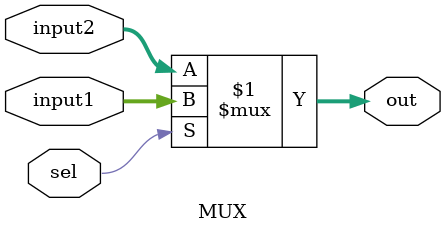
<source format=v>
`timescale 1ns / 1ps
module MUX(
    input sel,
    input [31:0] input1,
    input [31:0] input2,
    output [31:0] out
    );
	 
	 assign out = sel ? input1 : input2;

endmodule

</source>
